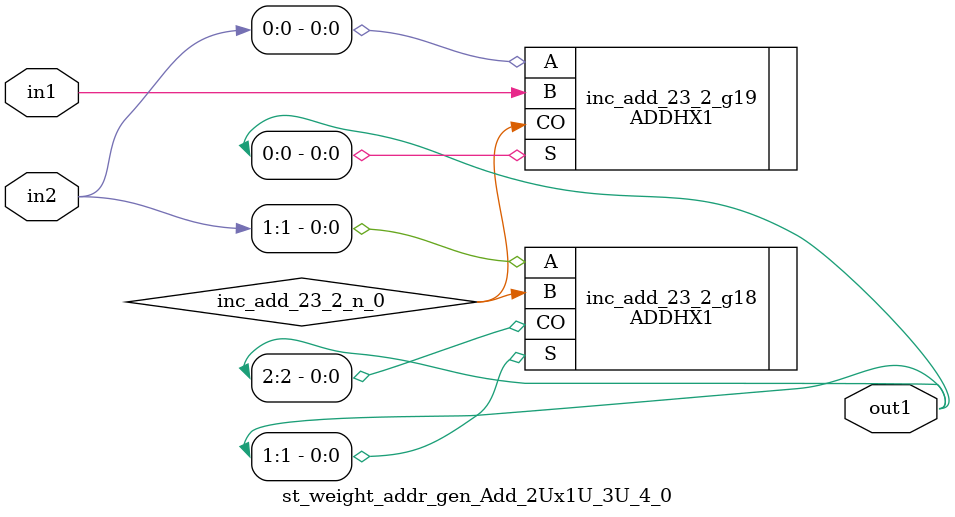
<source format=v>
`timescale 1ps / 1ps


module st_weight_addr_gen_Add_2Ux1U_3U_4_0(in2, in1, out1);
  input [1:0] in2;
  input in1;
  output [2:0] out1;
  wire [1:0] in2;
  wire in1;
  wire [2:0] out1;
  wire inc_add_23_2_n_0;
  ADDHX1 inc_add_23_2_g18(.A (in2[1]), .B (inc_add_23_2_n_0), .CO
       (out1[2]), .S (out1[1]));
  ADDHX1 inc_add_23_2_g19(.A (in2[0]), .B (in1), .CO
       (inc_add_23_2_n_0), .S (out1[0]));
endmodule



</source>
